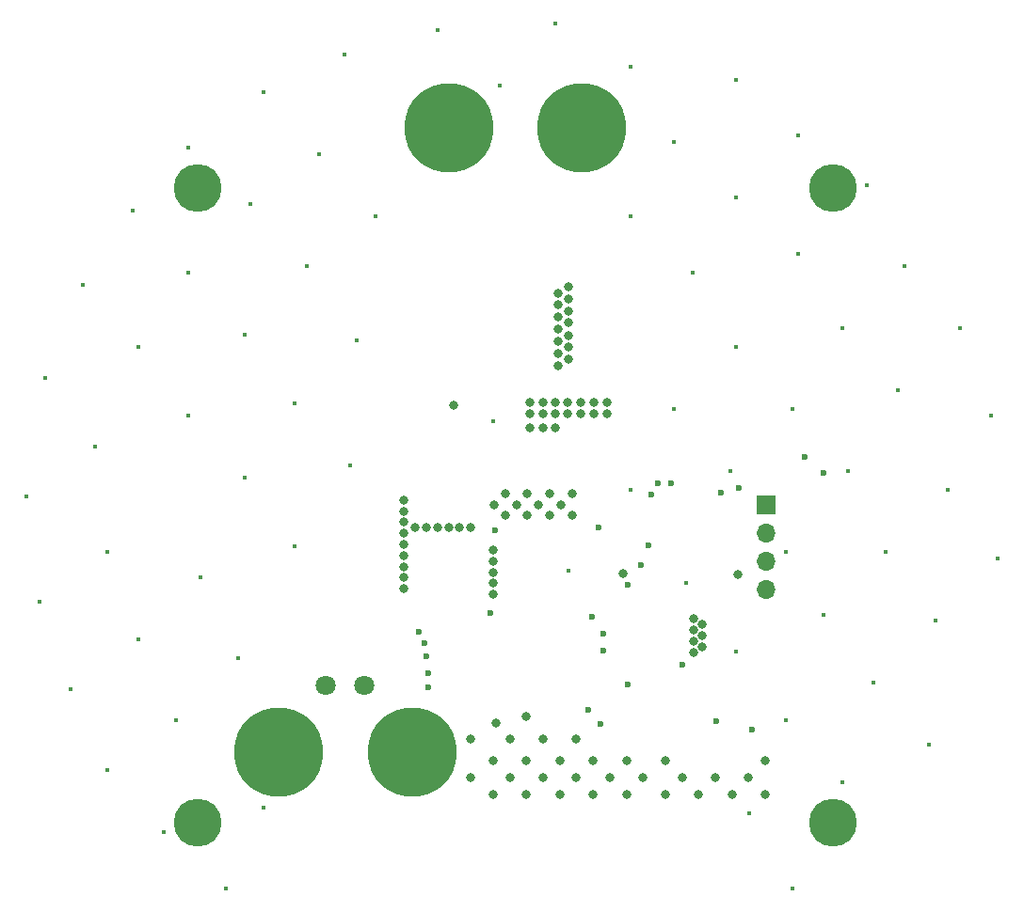
<source format=gbr>
%TF.GenerationSoftware,KiCad,Pcbnew,(5.1.7)-1*%
%TF.CreationDate,2021-06-09T19:52:20+03:00*%
%TF.ProjectId,SynchronousBuck,53796e63-6872-46f6-9e6f-75734275636b,rev?*%
%TF.SameCoordinates,Original*%
%TF.FileFunction,Soldermask,Bot*%
%TF.FilePolarity,Negative*%
%FSLAX46Y46*%
G04 Gerber Fmt 4.6, Leading zero omitted, Abs format (unit mm)*
G04 Created by KiCad (PCBNEW (5.1.7)-1) date 2021-06-09 19:52:20*
%MOMM*%
%LPD*%
G01*
G04 APERTURE LIST*
%ADD10C,1.800000*%
%ADD11C,8.000000*%
%ADD12C,4.300000*%
%ADD13O,1.700000X1.700000*%
%ADD14R,1.700000X1.700000*%
%ADD15C,0.600000*%
%ADD16C,0.800000*%
%ADD17C,0.400000*%
G04 APERTURE END LIST*
D10*
%TO.C,J104*%
X82950000Y-116200000D03*
X86450000Y-116200000D03*
%TD*%
D11*
%TO.C,J103*%
X94000000Y-66000000D03*
X106000000Y-66000000D03*
%TD*%
%TO.C,J101*%
X90700000Y-122200000D03*
X78700000Y-122200000D03*
%TD*%
D12*
%TO.C,H104*%
X128584270Y-71415730D03*
%TD*%
%TO.C,H103*%
X71415730Y-71415730D03*
%TD*%
%TO.C,H102*%
X71415730Y-128584270D03*
%TD*%
%TO.C,H101*%
X128584270Y-128584270D03*
%TD*%
D13*
%TO.C,J102*%
X122600000Y-107520000D03*
X122600000Y-104980000D03*
X122600000Y-102440000D03*
D14*
X122600000Y-99900000D03*
%TD*%
D15*
X107950000Y-111500000D03*
X107950000Y-113100000D03*
D16*
X104800000Y-80300000D03*
X104800000Y-81400000D03*
X105900000Y-90700000D03*
X107100000Y-90700000D03*
X103600000Y-90700000D03*
X104700000Y-90700000D03*
X108300000Y-90700000D03*
X101300000Y-90700000D03*
X102500000Y-90700000D03*
X116008000Y-113200000D03*
X109700000Y-106100000D03*
X116008000Y-112200000D03*
X116008000Y-111200000D03*
X116008000Y-110200000D03*
X116808000Y-112700000D03*
X116808000Y-111700000D03*
X116808000Y-110700000D03*
D15*
X107500000Y-102000000D03*
X112200000Y-99000000D03*
D16*
X107100000Y-91700000D03*
X105900000Y-91700000D03*
X104700000Y-91700000D03*
X103600000Y-91700000D03*
X102500000Y-91700000D03*
X103600000Y-93000000D03*
X102500000Y-93000000D03*
X101300000Y-93000000D03*
X101300000Y-91700000D03*
X108300000Y-91700000D03*
D15*
X121300000Y-120200000D03*
X118100000Y-119400000D03*
X112000000Y-103600000D03*
X106525000Y-118375000D03*
X107700000Y-119700000D03*
D17*
X56044999Y-99164999D03*
X57164999Y-108684999D03*
X57724999Y-88524999D03*
X59964999Y-116524999D03*
X61084999Y-80124999D03*
X62204999Y-94684999D03*
X63324999Y-104204999D03*
X63324999Y-123804999D03*
X65564999Y-73404999D03*
X66124999Y-85724999D03*
X66124999Y-112044999D03*
X68364999Y-129404999D03*
X69484999Y-119324999D03*
X70604999Y-67804999D03*
X70604999Y-79004999D03*
X70604999Y-91884999D03*
X71724999Y-106444999D03*
X73964999Y-134444999D03*
X75084999Y-113724999D03*
X75644999Y-84604999D03*
X75644999Y-97484999D03*
X76204999Y-72844999D03*
X77324999Y-62764999D03*
X77324999Y-127164999D03*
X80124999Y-90764999D03*
X80124999Y-103644999D03*
X81244999Y-78444999D03*
X82364999Y-68364999D03*
X84604999Y-59404999D03*
X85164999Y-96364999D03*
X85724999Y-85164999D03*
X87404999Y-73964999D03*
X93004999Y-57164999D03*
X98044999Y-92444999D03*
X98604999Y-62204999D03*
X103644999Y-56604999D03*
X104764999Y-105884999D03*
X110364999Y-60524999D03*
X110364999Y-73964999D03*
X110364999Y-98604999D03*
X114284999Y-67244999D03*
X114284999Y-91324999D03*
X115404999Y-107004999D03*
X115964999Y-79004999D03*
X119324999Y-96924999D03*
X119884999Y-61644999D03*
X119884999Y-72284999D03*
X119884999Y-85724999D03*
X119884999Y-113164999D03*
X121004999Y-127724999D03*
X124364999Y-104140000D03*
X124364999Y-119324999D03*
X124924999Y-91324999D03*
X124924999Y-134444999D03*
X125484999Y-66684999D03*
X125484999Y-77324999D03*
X127724999Y-109804999D03*
X129404999Y-84044999D03*
X129404999Y-124924999D03*
X129964999Y-96924999D03*
X131644999Y-71164999D03*
X132204999Y-115964999D03*
X133324999Y-104204999D03*
X134444999Y-89644999D03*
X135004999Y-78444999D03*
X137244999Y-121564999D03*
X137804999Y-110364999D03*
X138924999Y-98604999D03*
X140044999Y-84044999D03*
X142844999Y-91884999D03*
X143404999Y-104764999D03*
D15*
X91300000Y-111400000D03*
X91800000Y-112400000D03*
X92000000Y-113600000D03*
X92200000Y-116400000D03*
X92200000Y-115100000D03*
X127700000Y-97100000D03*
X126000000Y-95600000D03*
X118500000Y-98800000D03*
X120100000Y-98400000D03*
D16*
X105500000Y-121000000D03*
X101000000Y-119000000D03*
X98300000Y-119600000D03*
X96000000Y-121000000D03*
X99500000Y-121000000D03*
X102500000Y-121000000D03*
X122500000Y-126000000D03*
X122500000Y-123000000D03*
X121000000Y-124500000D03*
X119500000Y-126000000D03*
X116500000Y-126000000D03*
X113500000Y-126000000D03*
X113500000Y-123000000D03*
X115000000Y-124500000D03*
X111500000Y-124500000D03*
X110000000Y-126000000D03*
X110000000Y-123000000D03*
X107000000Y-126000000D03*
X107000000Y-123000000D03*
X104000000Y-126000000D03*
X104000000Y-123000000D03*
X108500000Y-124500000D03*
X105500000Y-124500000D03*
X101000000Y-126000000D03*
X101000000Y-123000000D03*
X102500000Y-124500000D03*
X98000000Y-126000000D03*
X99500000Y-124500000D03*
X98000000Y-123000000D03*
X96000000Y-124500000D03*
X118000000Y-124500000D03*
D15*
X110135000Y-116100000D03*
D16*
X99100000Y-100900000D03*
X105100000Y-98900000D03*
X104100000Y-99900000D03*
X105100000Y-100900000D03*
X103100000Y-100900000D03*
X101100000Y-100900000D03*
X100100000Y-99900000D03*
X102100000Y-99900000D03*
X103100000Y-98900000D03*
X101100000Y-98900000D03*
X99100000Y-98900000D03*
X98100000Y-99900000D03*
D15*
X114000000Y-98000000D03*
X112800000Y-98000000D03*
D16*
X90000000Y-99500000D03*
X90000000Y-100500000D03*
X90000000Y-101500000D03*
X90000000Y-102500000D03*
X90000000Y-103500000D03*
X90000000Y-104500000D03*
X90000000Y-105500000D03*
X90000000Y-106500000D03*
X90000000Y-107500000D03*
X98000000Y-108000000D03*
X98000000Y-107000000D03*
X98000000Y-106000000D03*
X98000000Y-105000000D03*
X98000000Y-104000000D03*
X91000000Y-102000000D03*
X92000000Y-102000000D03*
X93000000Y-102000000D03*
X94000000Y-102000000D03*
X95000000Y-102000000D03*
X96000000Y-102000000D03*
D15*
X97800000Y-109700000D03*
X106900000Y-110000000D03*
X98200000Y-102200000D03*
X111300000Y-105400000D03*
D16*
X103900000Y-87400000D03*
X104800000Y-83500000D03*
X104800000Y-84700000D03*
X104800000Y-85700000D03*
X104800000Y-86800000D03*
X104800000Y-82500000D03*
X103900000Y-83000000D03*
X103900000Y-81900000D03*
X103900000Y-80900000D03*
X103900000Y-84100000D03*
X103900000Y-85200000D03*
X103900000Y-86300000D03*
D15*
X110100000Y-107100000D03*
X115000000Y-114300000D03*
D16*
X94500000Y-91000000D03*
X120000000Y-106200000D03*
M02*

</source>
